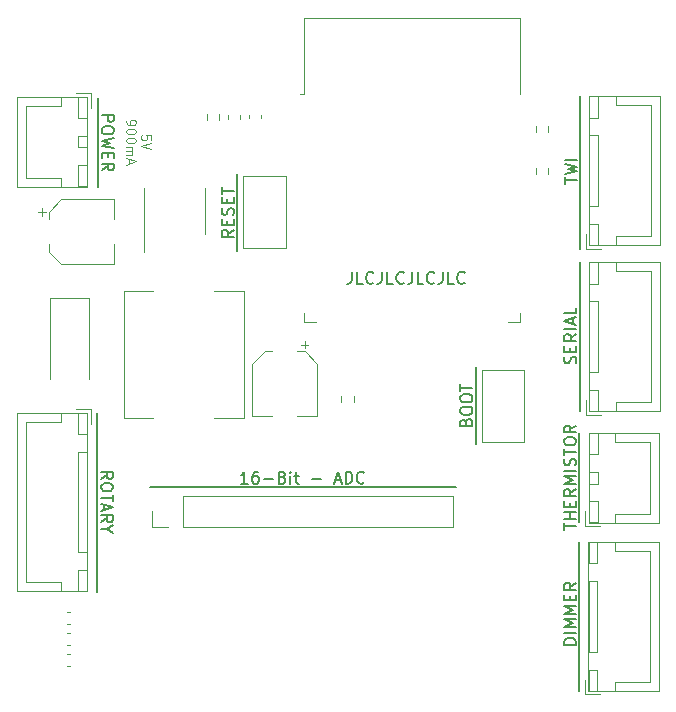
<source format=gbr>
%TF.GenerationSoftware,KiCad,Pcbnew,5.99.0-unknown-5c21f93803~130~ubuntu20.04.1*%
%TF.CreationDate,2021-06-27T12:50:21+02:00*%
%TF.ProjectId,ESP32-Reflow,45535033-322d-4526-9566-6c6f772e6b69,rev?*%
%TF.SameCoordinates,Original*%
%TF.FileFunction,Legend,Top*%
%TF.FilePolarity,Positive*%
%FSLAX46Y46*%
G04 Gerber Fmt 4.6, Leading zero omitted, Abs format (unit mm)*
G04 Created by KiCad (PCBNEW 5.99.0-unknown-5c21f93803~130~ubuntu20.04.1) date 2021-06-27 12:50:21*
%MOMM*%
%LPD*%
G01*
G04 APERTURE LIST*
%ADD10C,0.150000*%
%ADD11C,0.200000*%
%ADD12C,0.100000*%
%ADD13C,0.120000*%
G04 APERTURE END LIST*
D10*
X111600000Y-118400000D02*
X111600000Y-103300000D01*
D11*
X111947619Y-108847619D02*
X112423809Y-108514285D01*
X111947619Y-108276190D02*
X112947619Y-108276190D01*
X112947619Y-108657142D01*
X112900000Y-108752380D01*
X112852380Y-108800000D01*
X112757142Y-108847619D01*
X112614285Y-108847619D01*
X112519047Y-108800000D01*
X112471428Y-108752380D01*
X112423809Y-108657142D01*
X112423809Y-108276190D01*
X112947619Y-109466666D02*
X112947619Y-109657142D01*
X112900000Y-109752380D01*
X112804761Y-109847619D01*
X112614285Y-109895238D01*
X112280952Y-109895238D01*
X112090476Y-109847619D01*
X111995238Y-109752380D01*
X111947619Y-109657142D01*
X111947619Y-109466666D01*
X111995238Y-109371428D01*
X112090476Y-109276190D01*
X112280952Y-109228571D01*
X112614285Y-109228571D01*
X112804761Y-109276190D01*
X112900000Y-109371428D01*
X112947619Y-109466666D01*
X112947619Y-110180952D02*
X112947619Y-110752380D01*
X111947619Y-110466666D02*
X112947619Y-110466666D01*
X112233333Y-111038095D02*
X112233333Y-111514285D01*
X111947619Y-110942857D02*
X112947619Y-111276190D01*
X111947619Y-111609523D01*
X111947619Y-112514285D02*
X112423809Y-112180952D01*
X111947619Y-111942857D02*
X112947619Y-111942857D01*
X112947619Y-112323809D01*
X112900000Y-112419047D01*
X112852380Y-112466666D01*
X112757142Y-112514285D01*
X112614285Y-112514285D01*
X112519047Y-112466666D01*
X112471428Y-112419047D01*
X112423809Y-112323809D01*
X112423809Y-111942857D01*
X112423809Y-113133333D02*
X111947619Y-113133333D01*
X112947619Y-112800000D02*
X112423809Y-113133333D01*
X112947619Y-113466666D01*
X124357142Y-109252380D02*
X123785714Y-109252380D01*
X124071428Y-109252380D02*
X124071428Y-108252380D01*
X123976190Y-108395238D01*
X123880952Y-108490476D01*
X123785714Y-108538095D01*
X125214285Y-108252380D02*
X125023809Y-108252380D01*
X124928571Y-108300000D01*
X124880952Y-108347619D01*
X124785714Y-108490476D01*
X124738095Y-108680952D01*
X124738095Y-109061904D01*
X124785714Y-109157142D01*
X124833333Y-109204761D01*
X124928571Y-109252380D01*
X125119047Y-109252380D01*
X125214285Y-109204761D01*
X125261904Y-109157142D01*
X125309523Y-109061904D01*
X125309523Y-108823809D01*
X125261904Y-108728571D01*
X125214285Y-108680952D01*
X125119047Y-108633333D01*
X124928571Y-108633333D01*
X124833333Y-108680952D01*
X124785714Y-108728571D01*
X124738095Y-108823809D01*
X125738095Y-108871428D02*
X126500000Y-108871428D01*
X127309523Y-108728571D02*
X127452380Y-108776190D01*
X127500000Y-108823809D01*
X127547619Y-108919047D01*
X127547619Y-109061904D01*
X127500000Y-109157142D01*
X127452380Y-109204761D01*
X127357142Y-109252380D01*
X126976190Y-109252380D01*
X126976190Y-108252380D01*
X127309523Y-108252380D01*
X127404761Y-108300000D01*
X127452380Y-108347619D01*
X127500000Y-108442857D01*
X127500000Y-108538095D01*
X127452380Y-108633333D01*
X127404761Y-108680952D01*
X127309523Y-108728571D01*
X126976190Y-108728571D01*
X127976190Y-109252380D02*
X127976190Y-108585714D01*
X127976190Y-108252380D02*
X127928571Y-108300000D01*
X127976190Y-108347619D01*
X128023809Y-108300000D01*
X127976190Y-108252380D01*
X127976190Y-108347619D01*
X128309523Y-108585714D02*
X128690476Y-108585714D01*
X128452380Y-108252380D02*
X128452380Y-109109523D01*
X128500000Y-109204761D01*
X128595238Y-109252380D01*
X128690476Y-109252380D01*
X129785714Y-108871428D02*
X130547619Y-108871428D01*
X131738095Y-108966666D02*
X132214285Y-108966666D01*
X131642857Y-109252380D02*
X131976190Y-108252380D01*
X132309523Y-109252380D01*
X132642857Y-109252380D02*
X132642857Y-108252380D01*
X132880952Y-108252380D01*
X133023809Y-108300000D01*
X133119047Y-108395238D01*
X133166666Y-108490476D01*
X133214285Y-108680952D01*
X133214285Y-108823809D01*
X133166666Y-109014285D01*
X133119047Y-109109523D01*
X133023809Y-109204761D01*
X132880952Y-109252380D01*
X132642857Y-109252380D01*
X134214285Y-109157142D02*
X134166666Y-109204761D01*
X134023809Y-109252380D01*
X133928571Y-109252380D01*
X133785714Y-109204761D01*
X133690476Y-109109523D01*
X133642857Y-109014285D01*
X133595238Y-108823809D01*
X133595238Y-108680952D01*
X133642857Y-108490476D01*
X133690476Y-108395238D01*
X133785714Y-108300000D01*
X133928571Y-108252380D01*
X134023809Y-108252380D01*
X134166666Y-108300000D01*
X134214285Y-108347619D01*
D10*
X142000000Y-109550000D02*
X116100000Y-109550000D01*
D11*
X152152380Y-122895238D02*
X151152380Y-122895238D01*
X151152380Y-122657142D01*
X151200000Y-122514285D01*
X151295238Y-122419047D01*
X151390476Y-122371428D01*
X151580952Y-122323809D01*
X151723809Y-122323809D01*
X151914285Y-122371428D01*
X152009523Y-122419047D01*
X152104761Y-122514285D01*
X152152380Y-122657142D01*
X152152380Y-122895238D01*
X152152380Y-121895238D02*
X151152380Y-121895238D01*
X152152380Y-121419047D02*
X151152380Y-121419047D01*
X151866666Y-121085714D01*
X151152380Y-120752380D01*
X152152380Y-120752380D01*
X152152380Y-120276190D02*
X151152380Y-120276190D01*
X151866666Y-119942857D01*
X151152380Y-119609523D01*
X152152380Y-119609523D01*
X151628571Y-119133333D02*
X151628571Y-118800000D01*
X152152380Y-118657142D02*
X152152380Y-119133333D01*
X151152380Y-119133333D01*
X151152380Y-118657142D01*
X152152380Y-117657142D02*
X151676190Y-117990476D01*
X152152380Y-118228571D02*
X151152380Y-118228571D01*
X151152380Y-117847619D01*
X151200000Y-117752380D01*
X151247619Y-117704761D01*
X151342857Y-117657142D01*
X151485714Y-117657142D01*
X151580952Y-117704761D01*
X151628571Y-117752380D01*
X151676190Y-117847619D01*
X151676190Y-118228571D01*
D10*
X152450000Y-114200000D02*
X152450000Y-126800000D01*
D11*
X152124761Y-99084523D02*
X152172380Y-98941666D01*
X152172380Y-98703571D01*
X152124761Y-98608333D01*
X152077142Y-98560714D01*
X151981904Y-98513095D01*
X151886666Y-98513095D01*
X151791428Y-98560714D01*
X151743809Y-98608333D01*
X151696190Y-98703571D01*
X151648571Y-98894047D01*
X151600952Y-98989285D01*
X151553333Y-99036904D01*
X151458095Y-99084523D01*
X151362857Y-99084523D01*
X151267619Y-99036904D01*
X151220000Y-98989285D01*
X151172380Y-98894047D01*
X151172380Y-98655952D01*
X151220000Y-98513095D01*
X151648571Y-98084523D02*
X151648571Y-97751190D01*
X152172380Y-97608333D02*
X152172380Y-98084523D01*
X151172380Y-98084523D01*
X151172380Y-97608333D01*
X152172380Y-96608333D02*
X151696190Y-96941666D01*
X152172380Y-97179761D02*
X151172380Y-97179761D01*
X151172380Y-96798809D01*
X151220000Y-96703571D01*
X151267619Y-96655952D01*
X151362857Y-96608333D01*
X151505714Y-96608333D01*
X151600952Y-96655952D01*
X151648571Y-96703571D01*
X151696190Y-96798809D01*
X151696190Y-97179761D01*
X152172380Y-96179761D02*
X151172380Y-96179761D01*
X151886666Y-95751190D02*
X151886666Y-95275000D01*
X152172380Y-95846428D02*
X151172380Y-95513095D01*
X152172380Y-95179761D01*
X152172380Y-94370238D02*
X152172380Y-94846428D01*
X151172380Y-94846428D01*
D12*
X116152095Y-80157619D02*
X116152095Y-79776666D01*
X115771142Y-79738571D01*
X115809238Y-79776666D01*
X115847333Y-79852857D01*
X115847333Y-80043333D01*
X115809238Y-80119523D01*
X115771142Y-80157619D01*
X115694952Y-80195714D01*
X115504476Y-80195714D01*
X115428285Y-80157619D01*
X115390190Y-80119523D01*
X115352095Y-80043333D01*
X115352095Y-79852857D01*
X115390190Y-79776666D01*
X115428285Y-79738571D01*
X116152095Y-80424285D02*
X115352095Y-80690952D01*
X116152095Y-80957619D01*
X114064095Y-78519523D02*
X114064095Y-78671904D01*
X114102190Y-78748095D01*
X114140285Y-78786190D01*
X114254571Y-78862380D01*
X114406952Y-78900476D01*
X114711714Y-78900476D01*
X114787904Y-78862380D01*
X114826000Y-78824285D01*
X114864095Y-78748095D01*
X114864095Y-78595714D01*
X114826000Y-78519523D01*
X114787904Y-78481428D01*
X114711714Y-78443333D01*
X114521238Y-78443333D01*
X114445047Y-78481428D01*
X114406952Y-78519523D01*
X114368857Y-78595714D01*
X114368857Y-78748095D01*
X114406952Y-78824285D01*
X114445047Y-78862380D01*
X114521238Y-78900476D01*
X114864095Y-79395714D02*
X114864095Y-79471904D01*
X114826000Y-79548095D01*
X114787904Y-79586190D01*
X114711714Y-79624285D01*
X114559333Y-79662380D01*
X114368857Y-79662380D01*
X114216476Y-79624285D01*
X114140285Y-79586190D01*
X114102190Y-79548095D01*
X114064095Y-79471904D01*
X114064095Y-79395714D01*
X114102190Y-79319523D01*
X114140285Y-79281428D01*
X114216476Y-79243333D01*
X114368857Y-79205238D01*
X114559333Y-79205238D01*
X114711714Y-79243333D01*
X114787904Y-79281428D01*
X114826000Y-79319523D01*
X114864095Y-79395714D01*
X114864095Y-80157619D02*
X114864095Y-80233809D01*
X114826000Y-80310000D01*
X114787904Y-80348095D01*
X114711714Y-80386190D01*
X114559333Y-80424285D01*
X114368857Y-80424285D01*
X114216476Y-80386190D01*
X114140285Y-80348095D01*
X114102190Y-80310000D01*
X114064095Y-80233809D01*
X114064095Y-80157619D01*
X114102190Y-80081428D01*
X114140285Y-80043333D01*
X114216476Y-80005238D01*
X114368857Y-79967142D01*
X114559333Y-79967142D01*
X114711714Y-80005238D01*
X114787904Y-80043333D01*
X114826000Y-80081428D01*
X114864095Y-80157619D01*
X114064095Y-80767142D02*
X114597428Y-80767142D01*
X114521238Y-80767142D02*
X114559333Y-80805238D01*
X114597428Y-80881428D01*
X114597428Y-80995714D01*
X114559333Y-81071904D01*
X114483142Y-81110000D01*
X114064095Y-81110000D01*
X114483142Y-81110000D02*
X114559333Y-81148095D01*
X114597428Y-81224285D01*
X114597428Y-81338571D01*
X114559333Y-81414761D01*
X114483142Y-81452857D01*
X114064095Y-81452857D01*
X114292666Y-81795714D02*
X114292666Y-82176666D01*
X114064095Y-81719523D02*
X114864095Y-81986190D01*
X114064095Y-82252857D01*
D10*
X133150952Y-91327380D02*
X133150952Y-92041666D01*
X133103333Y-92184523D01*
X133008095Y-92279761D01*
X132865238Y-92327380D01*
X132770000Y-92327380D01*
X134103333Y-92327380D02*
X133627142Y-92327380D01*
X133627142Y-91327380D01*
X135008095Y-92232142D02*
X134960476Y-92279761D01*
X134817619Y-92327380D01*
X134722380Y-92327380D01*
X134579523Y-92279761D01*
X134484285Y-92184523D01*
X134436666Y-92089285D01*
X134389047Y-91898809D01*
X134389047Y-91755952D01*
X134436666Y-91565476D01*
X134484285Y-91470238D01*
X134579523Y-91375000D01*
X134722380Y-91327380D01*
X134817619Y-91327380D01*
X134960476Y-91375000D01*
X135008095Y-91422619D01*
X135722380Y-91327380D02*
X135722380Y-92041666D01*
X135674761Y-92184523D01*
X135579523Y-92279761D01*
X135436666Y-92327380D01*
X135341428Y-92327380D01*
X136674761Y-92327380D02*
X136198571Y-92327380D01*
X136198571Y-91327380D01*
X137579523Y-92232142D02*
X137531904Y-92279761D01*
X137389047Y-92327380D01*
X137293809Y-92327380D01*
X137150952Y-92279761D01*
X137055714Y-92184523D01*
X137008095Y-92089285D01*
X136960476Y-91898809D01*
X136960476Y-91755952D01*
X137008095Y-91565476D01*
X137055714Y-91470238D01*
X137150952Y-91375000D01*
X137293809Y-91327380D01*
X137389047Y-91327380D01*
X137531904Y-91375000D01*
X137579523Y-91422619D01*
X138293809Y-91327380D02*
X138293809Y-92041666D01*
X138246190Y-92184523D01*
X138150952Y-92279761D01*
X138008095Y-92327380D01*
X137912857Y-92327380D01*
X139246190Y-92327380D02*
X138770000Y-92327380D01*
X138770000Y-91327380D01*
X140150952Y-92232142D02*
X140103333Y-92279761D01*
X139960476Y-92327380D01*
X139865238Y-92327380D01*
X139722380Y-92279761D01*
X139627142Y-92184523D01*
X139579523Y-92089285D01*
X139531904Y-91898809D01*
X139531904Y-91755952D01*
X139579523Y-91565476D01*
X139627142Y-91470238D01*
X139722380Y-91375000D01*
X139865238Y-91327380D01*
X139960476Y-91327380D01*
X140103333Y-91375000D01*
X140150952Y-91422619D01*
X140865238Y-91327380D02*
X140865238Y-92041666D01*
X140817619Y-92184523D01*
X140722380Y-92279761D01*
X140579523Y-92327380D01*
X140484285Y-92327380D01*
X141817619Y-92327380D02*
X141341428Y-92327380D01*
X141341428Y-91327380D01*
X142722380Y-92232142D02*
X142674761Y-92279761D01*
X142531904Y-92327380D01*
X142436666Y-92327380D01*
X142293809Y-92279761D01*
X142198571Y-92184523D01*
X142150952Y-92089285D01*
X142103333Y-91898809D01*
X142103333Y-91755952D01*
X142150952Y-91565476D01*
X142198571Y-91470238D01*
X142293809Y-91375000D01*
X142436666Y-91327380D01*
X142531904Y-91327380D01*
X142674761Y-91375000D01*
X142722380Y-91422619D01*
D11*
X112017619Y-78065476D02*
X113017619Y-78065476D01*
X113017619Y-78446428D01*
X112970000Y-78541666D01*
X112922380Y-78589285D01*
X112827142Y-78636904D01*
X112684285Y-78636904D01*
X112589047Y-78589285D01*
X112541428Y-78541666D01*
X112493809Y-78446428D01*
X112493809Y-78065476D01*
X113017619Y-79255952D02*
X113017619Y-79446428D01*
X112970000Y-79541666D01*
X112874761Y-79636904D01*
X112684285Y-79684523D01*
X112350952Y-79684523D01*
X112160476Y-79636904D01*
X112065238Y-79541666D01*
X112017619Y-79446428D01*
X112017619Y-79255952D01*
X112065238Y-79160714D01*
X112160476Y-79065476D01*
X112350952Y-79017857D01*
X112684285Y-79017857D01*
X112874761Y-79065476D01*
X112970000Y-79160714D01*
X113017619Y-79255952D01*
X113017619Y-80017857D02*
X112017619Y-80255952D01*
X112731904Y-80446428D01*
X112017619Y-80636904D01*
X113017619Y-80875000D01*
X112541428Y-81255952D02*
X112541428Y-81589285D01*
X112017619Y-81732142D02*
X112017619Y-81255952D01*
X113017619Y-81255952D01*
X113017619Y-81732142D01*
X112017619Y-82732142D02*
X112493809Y-82398809D01*
X112017619Y-82160714D02*
X113017619Y-82160714D01*
X113017619Y-82541666D01*
X112970000Y-82636904D01*
X112922380Y-82684523D01*
X112827142Y-82732142D01*
X112684285Y-82732142D01*
X112589047Y-82684523D01*
X112541428Y-82636904D01*
X112493809Y-82541666D01*
X112493809Y-82160714D01*
X123172380Y-87777380D02*
X122696190Y-88110714D01*
X123172380Y-88348809D02*
X122172380Y-88348809D01*
X122172380Y-87967857D01*
X122220000Y-87872619D01*
X122267619Y-87825000D01*
X122362857Y-87777380D01*
X122505714Y-87777380D01*
X122600952Y-87825000D01*
X122648571Y-87872619D01*
X122696190Y-87967857D01*
X122696190Y-88348809D01*
X122648571Y-87348809D02*
X122648571Y-87015476D01*
X123172380Y-86872619D02*
X123172380Y-87348809D01*
X122172380Y-87348809D01*
X122172380Y-86872619D01*
X123124761Y-86491666D02*
X123172380Y-86348809D01*
X123172380Y-86110714D01*
X123124761Y-86015476D01*
X123077142Y-85967857D01*
X122981904Y-85920238D01*
X122886666Y-85920238D01*
X122791428Y-85967857D01*
X122743809Y-86015476D01*
X122696190Y-86110714D01*
X122648571Y-86301190D01*
X122600952Y-86396428D01*
X122553333Y-86444047D01*
X122458095Y-86491666D01*
X122362857Y-86491666D01*
X122267619Y-86444047D01*
X122220000Y-86396428D01*
X122172380Y-86301190D01*
X122172380Y-86063095D01*
X122220000Y-85920238D01*
X122648571Y-85491666D02*
X122648571Y-85158333D01*
X123172380Y-85015476D02*
X123172380Y-85491666D01*
X122172380Y-85491666D01*
X122172380Y-85015476D01*
X122172380Y-84729761D02*
X122172380Y-84158333D01*
X123172380Y-84444047D02*
X122172380Y-84444047D01*
X142848571Y-104032142D02*
X142896190Y-103889285D01*
X142943809Y-103841666D01*
X143039047Y-103794047D01*
X143181904Y-103794047D01*
X143277142Y-103841666D01*
X143324761Y-103889285D01*
X143372380Y-103984523D01*
X143372380Y-104365476D01*
X142372380Y-104365476D01*
X142372380Y-104032142D01*
X142420000Y-103936904D01*
X142467619Y-103889285D01*
X142562857Y-103841666D01*
X142658095Y-103841666D01*
X142753333Y-103889285D01*
X142800952Y-103936904D01*
X142848571Y-104032142D01*
X142848571Y-104365476D01*
X142372380Y-103175000D02*
X142372380Y-102984523D01*
X142420000Y-102889285D01*
X142515238Y-102794047D01*
X142705714Y-102746428D01*
X143039047Y-102746428D01*
X143229523Y-102794047D01*
X143324761Y-102889285D01*
X143372380Y-102984523D01*
X143372380Y-103175000D01*
X143324761Y-103270238D01*
X143229523Y-103365476D01*
X143039047Y-103413095D01*
X142705714Y-103413095D01*
X142515238Y-103365476D01*
X142420000Y-103270238D01*
X142372380Y-103175000D01*
X142372380Y-102127380D02*
X142372380Y-101936904D01*
X142420000Y-101841666D01*
X142515238Y-101746428D01*
X142705714Y-101698809D01*
X143039047Y-101698809D01*
X143229523Y-101746428D01*
X143324761Y-101841666D01*
X143372380Y-101936904D01*
X143372380Y-102127380D01*
X143324761Y-102222619D01*
X143229523Y-102317857D01*
X143039047Y-102365476D01*
X142705714Y-102365476D01*
X142515238Y-102317857D01*
X142420000Y-102222619D01*
X142372380Y-102127380D01*
X142372380Y-101413095D02*
X142372380Y-100841666D01*
X143372380Y-101127380D02*
X142372380Y-101127380D01*
X151222380Y-83870238D02*
X151222380Y-83298809D01*
X152222380Y-83584523D02*
X151222380Y-83584523D01*
X151222380Y-83060714D02*
X152222380Y-82822619D01*
X151508095Y-82632142D01*
X152222380Y-82441666D01*
X151222380Y-82203571D01*
X152222380Y-81822619D02*
X151222380Y-81822619D01*
X151152380Y-113152380D02*
X151152380Y-112580952D01*
X152152380Y-112866666D02*
X151152380Y-112866666D01*
X152152380Y-112247619D02*
X151152380Y-112247619D01*
X151628571Y-112247619D02*
X151628571Y-111676190D01*
X152152380Y-111676190D02*
X151152380Y-111676190D01*
X151628571Y-111200000D02*
X151628571Y-110866666D01*
X152152380Y-110723809D02*
X152152380Y-111200000D01*
X151152380Y-111200000D01*
X151152380Y-110723809D01*
X152152380Y-109723809D02*
X151676190Y-110057142D01*
X152152380Y-110295238D02*
X151152380Y-110295238D01*
X151152380Y-109914285D01*
X151200000Y-109819047D01*
X151247619Y-109771428D01*
X151342857Y-109723809D01*
X151485714Y-109723809D01*
X151580952Y-109771428D01*
X151628571Y-109819047D01*
X151676190Y-109914285D01*
X151676190Y-110295238D01*
X152152380Y-109295238D02*
X151152380Y-109295238D01*
X151866666Y-108961904D01*
X151152380Y-108628571D01*
X152152380Y-108628571D01*
X152152380Y-108152380D02*
X151152380Y-108152380D01*
X152104761Y-107723809D02*
X152152380Y-107580952D01*
X152152380Y-107342857D01*
X152104761Y-107247619D01*
X152057142Y-107200000D01*
X151961904Y-107152380D01*
X151866666Y-107152380D01*
X151771428Y-107200000D01*
X151723809Y-107247619D01*
X151676190Y-107342857D01*
X151628571Y-107533333D01*
X151580952Y-107628571D01*
X151533333Y-107676190D01*
X151438095Y-107723809D01*
X151342857Y-107723809D01*
X151247619Y-107676190D01*
X151200000Y-107628571D01*
X151152380Y-107533333D01*
X151152380Y-107295238D01*
X151200000Y-107152380D01*
X151152380Y-106866666D02*
X151152380Y-106295238D01*
X152152380Y-106580952D02*
X151152380Y-106580952D01*
X151152380Y-105771428D02*
X151152380Y-105580952D01*
X151200000Y-105485714D01*
X151295238Y-105390476D01*
X151485714Y-105342857D01*
X151819047Y-105342857D01*
X152009523Y-105390476D01*
X152104761Y-105485714D01*
X152152380Y-105580952D01*
X152152380Y-105771428D01*
X152104761Y-105866666D01*
X152009523Y-105961904D01*
X151819047Y-106009523D01*
X151485714Y-106009523D01*
X151295238Y-105961904D01*
X151200000Y-105866666D01*
X151152380Y-105771428D01*
X152152380Y-104342857D02*
X151676190Y-104676190D01*
X152152380Y-104914285D02*
X151152380Y-104914285D01*
X151152380Y-104533333D01*
X151200000Y-104438095D01*
X151247619Y-104390476D01*
X151342857Y-104342857D01*
X151485714Y-104342857D01*
X151580952Y-104390476D01*
X151628571Y-104438095D01*
X151676190Y-104533333D01*
X151676190Y-104914285D01*
D10*
X143670000Y-99425000D02*
X143670000Y-105925000D01*
X152470000Y-90475000D02*
X152470000Y-103075000D01*
X111670000Y-76575000D02*
X111670000Y-84175000D01*
X152470000Y-76475000D02*
X152470000Y-89375000D01*
X123470000Y-83075000D02*
X123470000Y-89575000D01*
X152450000Y-104950000D02*
X152450000Y-112550000D01*
D13*
%TO.C,L1*%
X113920000Y-103740000D02*
X116320000Y-103740000D01*
X121520000Y-92940000D02*
X124020000Y-92940000D01*
X124020000Y-103740000D02*
X121520000Y-103740000D01*
X113920000Y-92940000D02*
X113920000Y-103740000D01*
X124020000Y-92940000D02*
X124020000Y-103740000D01*
X116320000Y-92940000D02*
X113920000Y-92940000D01*
%TO.C,J7*%
X111075000Y-102950000D02*
X109825000Y-102950000D01*
X111075000Y-104200000D02*
X111075000Y-102950000D01*
X105575000Y-117600000D02*
X105575000Y-110800000D01*
X108525000Y-117600000D02*
X105575000Y-117600000D01*
X108525000Y-118350000D02*
X108525000Y-117600000D01*
X105575000Y-104000000D02*
X105575000Y-110800000D01*
X108525000Y-104000000D02*
X105575000Y-104000000D01*
X108525000Y-103250000D02*
X108525000Y-104000000D01*
X110775000Y-118350000D02*
X110775000Y-116550000D01*
X110025000Y-118350000D02*
X110775000Y-118350000D01*
X110025000Y-116550000D02*
X110025000Y-118350000D01*
X110775000Y-116550000D02*
X110025000Y-116550000D01*
X110775000Y-105050000D02*
X110775000Y-103250000D01*
X110025000Y-105050000D02*
X110775000Y-105050000D01*
X110025000Y-103250000D02*
X110025000Y-105050000D01*
X110775000Y-103250000D02*
X110025000Y-103250000D01*
X110775000Y-115050000D02*
X110775000Y-106550000D01*
X110025000Y-115050000D02*
X110775000Y-115050000D01*
X110025000Y-106550000D02*
X110025000Y-115050000D01*
X110775000Y-106550000D02*
X110025000Y-106550000D01*
X110785000Y-118360000D02*
X110785000Y-103240000D01*
X104815000Y-118360000D02*
X110785000Y-118360000D01*
X104815000Y-103240000D02*
X104815000Y-118360000D01*
X110785000Y-103240000D02*
X104815000Y-103240000D01*
%TO.C,C7*%
X109053733Y-123690000D02*
X109346267Y-123690000D01*
X109053733Y-124710000D02*
X109346267Y-124710000D01*
%TO.C,C6*%
X109053733Y-121890000D02*
X109346267Y-121890000D01*
X109053733Y-122910000D02*
X109346267Y-122910000D01*
%TO.C,C5*%
X109053733Y-120090000D02*
X109346267Y-120090000D01*
X109053733Y-121110000D02*
X109346267Y-121110000D01*
%TO.C,J6*%
X153215000Y-126810000D02*
X159185000Y-126810000D01*
X159185000Y-126810000D02*
X159185000Y-114190000D01*
X159185000Y-114190000D02*
X153215000Y-114190000D01*
X153215000Y-114190000D02*
X153215000Y-126810000D01*
X153225000Y-123500000D02*
X153975000Y-123500000D01*
X153975000Y-123500000D02*
X153975000Y-117500000D01*
X153975000Y-117500000D02*
X153225000Y-117500000D01*
X153225000Y-117500000D02*
X153225000Y-123500000D01*
X153225000Y-126800000D02*
X153975000Y-126800000D01*
X153975000Y-126800000D02*
X153975000Y-125000000D01*
X153975000Y-125000000D02*
X153225000Y-125000000D01*
X153225000Y-125000000D02*
X153225000Y-126800000D01*
X153225000Y-116000000D02*
X153975000Y-116000000D01*
X153975000Y-116000000D02*
X153975000Y-114200000D01*
X153975000Y-114200000D02*
X153225000Y-114200000D01*
X153225000Y-114200000D02*
X153225000Y-116000000D01*
X155475000Y-126800000D02*
X155475000Y-126050000D01*
X155475000Y-126050000D02*
X158425000Y-126050000D01*
X158425000Y-126050000D02*
X158425000Y-120500000D01*
X155475000Y-114200000D02*
X155475000Y-114950000D01*
X155475000Y-114950000D02*
X158425000Y-114950000D01*
X158425000Y-114950000D02*
X158425000Y-120500000D01*
X152925000Y-125850000D02*
X152925000Y-127100000D01*
X152925000Y-127100000D02*
X154175000Y-127100000D01*
%TO.C,R4*%
X133322500Y-101845276D02*
X133322500Y-102354724D01*
X132277500Y-101845276D02*
X132277500Y-102354724D01*
%TO.C,R3*%
X149822500Y-78945276D02*
X149822500Y-79454724D01*
X148777500Y-78945276D02*
X148777500Y-79454724D01*
%TO.C,J5*%
X153280000Y-89080000D02*
X159250000Y-89080000D01*
X159250000Y-89080000D02*
X159250000Y-76460000D01*
X159250000Y-76460000D02*
X153280000Y-76460000D01*
X153280000Y-76460000D02*
X153280000Y-89080000D01*
X153290000Y-85770000D02*
X154040000Y-85770000D01*
X154040000Y-85770000D02*
X154040000Y-79770000D01*
X154040000Y-79770000D02*
X153290000Y-79770000D01*
X153290000Y-79770000D02*
X153290000Y-85770000D01*
X153290000Y-89070000D02*
X154040000Y-89070000D01*
X154040000Y-89070000D02*
X154040000Y-87270000D01*
X154040000Y-87270000D02*
X153290000Y-87270000D01*
X153290000Y-87270000D02*
X153290000Y-89070000D01*
X153290000Y-78270000D02*
X154040000Y-78270000D01*
X154040000Y-78270000D02*
X154040000Y-76470000D01*
X154040000Y-76470000D02*
X153290000Y-76470000D01*
X153290000Y-76470000D02*
X153290000Y-78270000D01*
X155540000Y-89070000D02*
X155540000Y-88320000D01*
X155540000Y-88320000D02*
X158490000Y-88320000D01*
X158490000Y-88320000D02*
X158490000Y-82770000D01*
X155540000Y-76470000D02*
X155540000Y-77220000D01*
X155540000Y-77220000D02*
X158490000Y-77220000D01*
X158490000Y-77220000D02*
X158490000Y-82770000D01*
X152990000Y-88120000D02*
X152990000Y-89370000D01*
X152990000Y-89370000D02*
X154240000Y-89370000D01*
%TO.C,J4*%
X153285000Y-103140000D02*
X159255000Y-103140000D01*
X159255000Y-103140000D02*
X159255000Y-90520000D01*
X159255000Y-90520000D02*
X153285000Y-90520000D01*
X153285000Y-90520000D02*
X153285000Y-103140000D01*
X153295000Y-99830000D02*
X154045000Y-99830000D01*
X154045000Y-99830000D02*
X154045000Y-93830000D01*
X154045000Y-93830000D02*
X153295000Y-93830000D01*
X153295000Y-93830000D02*
X153295000Y-99830000D01*
X153295000Y-103130000D02*
X154045000Y-103130000D01*
X154045000Y-103130000D02*
X154045000Y-101330000D01*
X154045000Y-101330000D02*
X153295000Y-101330000D01*
X153295000Y-101330000D02*
X153295000Y-103130000D01*
X153295000Y-92330000D02*
X154045000Y-92330000D01*
X154045000Y-92330000D02*
X154045000Y-90530000D01*
X154045000Y-90530000D02*
X153295000Y-90530000D01*
X153295000Y-90530000D02*
X153295000Y-92330000D01*
X155545000Y-103130000D02*
X155545000Y-102380000D01*
X155545000Y-102380000D02*
X158495000Y-102380000D01*
X158495000Y-102380000D02*
X158495000Y-96830000D01*
X155545000Y-90530000D02*
X155545000Y-91280000D01*
X155545000Y-91280000D02*
X158495000Y-91280000D01*
X158495000Y-91280000D02*
X158495000Y-96830000D01*
X152995000Y-102180000D02*
X152995000Y-103430000D01*
X152995000Y-103430000D02*
X154245000Y-103430000D01*
%TO.C,J3*%
X110785000Y-76490000D02*
X104815000Y-76490000D01*
X104815000Y-76490000D02*
X104815000Y-84110000D01*
X104815000Y-84110000D02*
X110785000Y-84110000D01*
X110785000Y-84110000D02*
X110785000Y-76490000D01*
X110775000Y-79800000D02*
X110025000Y-79800000D01*
X110025000Y-79800000D02*
X110025000Y-80800000D01*
X110025000Y-80800000D02*
X110775000Y-80800000D01*
X110775000Y-80800000D02*
X110775000Y-79800000D01*
X110775000Y-76500000D02*
X110025000Y-76500000D01*
X110025000Y-76500000D02*
X110025000Y-78300000D01*
X110025000Y-78300000D02*
X110775000Y-78300000D01*
X110775000Y-78300000D02*
X110775000Y-76500000D01*
X110775000Y-82300000D02*
X110025000Y-82300000D01*
X110025000Y-82300000D02*
X110025000Y-84100000D01*
X110025000Y-84100000D02*
X110775000Y-84100000D01*
X110775000Y-84100000D02*
X110775000Y-82300000D01*
X108525000Y-76500000D02*
X108525000Y-77250000D01*
X108525000Y-77250000D02*
X105575000Y-77250000D01*
X105575000Y-77250000D02*
X105575000Y-80300000D01*
X108525000Y-84100000D02*
X108525000Y-83350000D01*
X108525000Y-83350000D02*
X105575000Y-83350000D01*
X105575000Y-83350000D02*
X105575000Y-80300000D01*
X111075000Y-77450000D02*
X111075000Y-76200000D01*
X111075000Y-76200000D02*
X109825000Y-76200000D01*
%TO.C,J2*%
X153240000Y-112560000D02*
X159210000Y-112560000D01*
X159210000Y-112560000D02*
X159210000Y-104940000D01*
X159210000Y-104940000D02*
X153240000Y-104940000D01*
X153240000Y-104940000D02*
X153240000Y-112560000D01*
X153250000Y-109250000D02*
X154000000Y-109250000D01*
X154000000Y-109250000D02*
X154000000Y-108250000D01*
X154000000Y-108250000D02*
X153250000Y-108250000D01*
X153250000Y-108250000D02*
X153250000Y-109250000D01*
X153250000Y-112550000D02*
X154000000Y-112550000D01*
X154000000Y-112550000D02*
X154000000Y-110750000D01*
X154000000Y-110750000D02*
X153250000Y-110750000D01*
X153250000Y-110750000D02*
X153250000Y-112550000D01*
X153250000Y-106750000D02*
X154000000Y-106750000D01*
X154000000Y-106750000D02*
X154000000Y-104950000D01*
X154000000Y-104950000D02*
X153250000Y-104950000D01*
X153250000Y-104950000D02*
X153250000Y-106750000D01*
X155500000Y-112550000D02*
X155500000Y-111800000D01*
X155500000Y-111800000D02*
X158450000Y-111800000D01*
X158450000Y-111800000D02*
X158450000Y-108750000D01*
X155500000Y-104950000D02*
X155500000Y-105700000D01*
X155500000Y-105700000D02*
X158450000Y-105700000D01*
X158450000Y-105700000D02*
X158450000Y-108750000D01*
X152950000Y-111600000D02*
X152950000Y-112850000D01*
X152950000Y-112850000D02*
X154200000Y-112850000D01*
%TO.C,J1*%
X116245000Y-112930000D02*
X116245000Y-111600000D01*
X117575000Y-112930000D02*
X116245000Y-112930000D01*
X118845000Y-112930000D02*
X118845000Y-110270000D01*
X118845000Y-110270000D02*
X141765000Y-110270000D01*
X118845000Y-112930000D02*
X141765000Y-112930000D01*
X141765000Y-112930000D02*
X141765000Y-110270000D01*
%TO.C,C4*%
X124740000Y-103560000D02*
X126440000Y-103560000D01*
X130260000Y-103560000D02*
X128560000Y-103560000D01*
X130260000Y-99104437D02*
X130260000Y-103560000D01*
X124740000Y-99104437D02*
X124740000Y-103560000D01*
X125804437Y-98040000D02*
X126440000Y-98040000D01*
X129195563Y-98040000D02*
X128560000Y-98040000D01*
X129195563Y-98040000D02*
X130260000Y-99104437D01*
X125804437Y-98040000D02*
X124740000Y-99104437D01*
X129185000Y-97175000D02*
X129185000Y-97800000D01*
X129497500Y-97487500D02*
X128872500Y-97487500D01*
%TO.C,C3*%
X122690000Y-78346267D02*
X122690000Y-78053733D01*
X123710000Y-78346267D02*
X123710000Y-78053733D01*
%TO.C,U2*%
X129150000Y-69825000D02*
X147390000Y-69825000D01*
X147390000Y-94790000D02*
X147390000Y-95570000D01*
X147390000Y-69825000D02*
X147390000Y-76245000D01*
X129150000Y-95570000D02*
X130150000Y-95570000D01*
X129150000Y-69825000D02*
X129150000Y-76245000D01*
X147390000Y-95570000D02*
X146390000Y-95570000D01*
X129150000Y-94790000D02*
X129150000Y-95570000D01*
X129150000Y-76245000D02*
X128770000Y-76245000D01*
%TO.C,SW1*%
X123960000Y-83215000D02*
X127580000Y-83215000D01*
X127580000Y-83215000D02*
X127580000Y-89335000D01*
X127580000Y-89335000D02*
X123960000Y-89335000D01*
X123960000Y-89335000D02*
X123960000Y-83215000D01*
%TO.C,SW2*%
X144160000Y-99615000D02*
X147780000Y-99615000D01*
X144160000Y-105735000D02*
X144160000Y-99615000D01*
X147780000Y-105735000D02*
X144160000Y-105735000D01*
X147780000Y-99615000D02*
X147780000Y-105735000D01*
%TO.C,C2*%
X124482000Y-78336267D02*
X124482000Y-78043733D01*
X125502000Y-78336267D02*
X125502000Y-78043733D01*
%TO.C,R2*%
X148777500Y-82545276D02*
X148777500Y-83054724D01*
X149822500Y-82545276D02*
X149822500Y-83054724D01*
%TO.C,C1*%
X106645000Y-86255000D02*
X107270000Y-86255000D01*
X107510000Y-86244437D02*
X107510000Y-86880000D01*
X107510000Y-89635563D02*
X107510000Y-89000000D01*
X108574437Y-85180000D02*
X113030000Y-85180000D01*
X113030000Y-85180000D02*
X113030000Y-86880000D01*
X106957500Y-85942500D02*
X106957500Y-86567500D01*
X107510000Y-86244437D02*
X108574437Y-85180000D01*
X107510000Y-89635563D02*
X108574437Y-90700000D01*
X113030000Y-90700000D02*
X113030000Y-89000000D01*
X108574437Y-90700000D02*
X113030000Y-90700000D01*
%TO.C,D1*%
X110920000Y-93540000D02*
X107620000Y-93540000D01*
X107620000Y-93540000D02*
X107620000Y-100440000D01*
X110920000Y-93540000D02*
X110920000Y-100440000D01*
%TO.C,U1*%
X120730000Y-86190000D02*
X120730000Y-84240000D01*
X120730000Y-86190000D02*
X120730000Y-88140000D01*
X115610000Y-86190000D02*
X115610000Y-89640000D01*
X115610000Y-86190000D02*
X115610000Y-84240000D01*
%TO.C,R1*%
X121922500Y-78454724D02*
X121922500Y-77945276D01*
X120877500Y-78454724D02*
X120877500Y-77945276D01*
%TD*%
M02*

</source>
